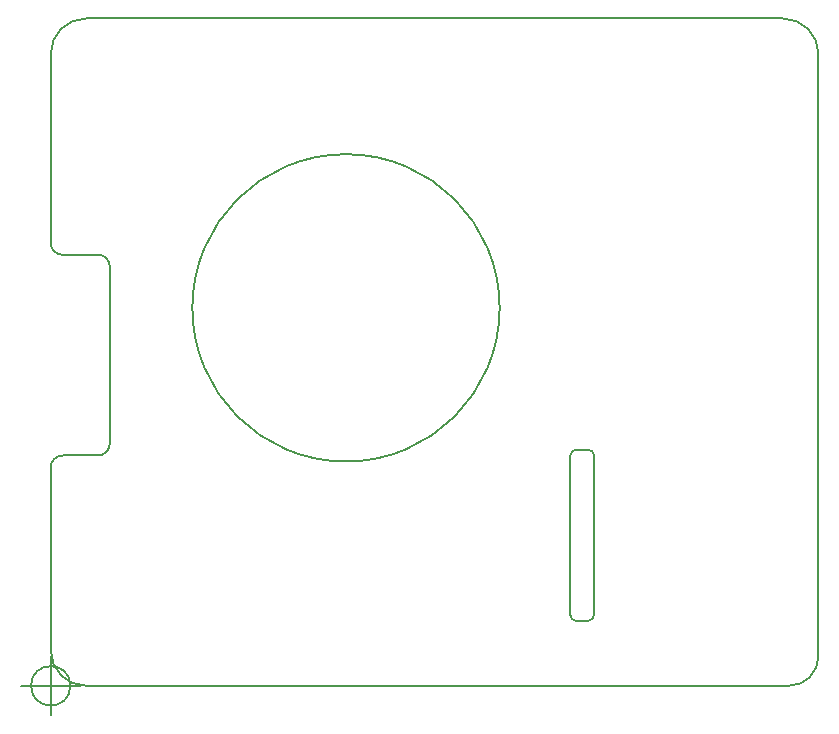
<source format=gbr>
G04 #@! TF.GenerationSoftware,KiCad,Pcbnew,(5.0.2)-1*
G04 #@! TF.CreationDate,2021-04-20T16:55:03+09:00*
G04 #@! TF.ProjectId,pi-ups,70692d75-7073-42e6-9b69-6361645f7063,rev?*
G04 #@! TF.SameCoordinates,Original*
G04 #@! TF.FileFunction,Profile,NP*
%FSLAX46Y46*%
G04 Gerber Fmt 4.6, Leading zero omitted, Abs format (unit mm)*
G04 Created by KiCad (PCBNEW (5.0.2)-1) date 2021/04/20 16:55:03*
%MOMM*%
%LPD*%
G01*
G04 APERTURE LIST*
%ADD10C,0.200000*%
%ADD11C,0.150000*%
G04 APERTURE END LIST*
D10*
X88666666Y-144500000D02*
G75*
G03X88666666Y-144500000I-1666666J0D01*
G01*
X84500000Y-144500000D02*
X89500000Y-144500000D01*
X87000000Y-142000000D02*
X87000000Y-147000000D01*
X132500000Y-124500000D02*
G75*
G02X133000000Y-125000000I0J-500000D01*
G01*
X131000000Y-125000000D02*
G75*
G02X131500000Y-124500000I500000J0D01*
G01*
X131500000Y-139000000D02*
G75*
G02X131000000Y-138500000I0J500000D01*
G01*
X133000000Y-138500000D02*
G75*
G02X132500000Y-139000000I-500000J0D01*
G01*
X125009612Y-112500000D02*
G75*
G03X125009612Y-112500000I-13009612J0D01*
G01*
X131500000Y-139000000D02*
X132500000Y-139000000D01*
X131000000Y-125000000D02*
X131000000Y-138500000D01*
X132500000Y-124500000D02*
X131500000Y-124500000D01*
X133000000Y-138500000D02*
X133000000Y-125000000D01*
X90000000Y-144500000D02*
G75*
G02X87000000Y-141500000I0J3000000D01*
G01*
X152000000Y-142000000D02*
G75*
G02X149500000Y-144500000I-2500000J0D01*
G01*
X87000000Y-126000000D02*
G75*
G02X88000000Y-125000000I1000000J0D01*
G01*
X92000000Y-124000000D02*
G75*
G02X91000000Y-125000000I-1000000J0D01*
G01*
X152000000Y-142000000D02*
X152000000Y-91000000D01*
X90000000Y-144500000D02*
X149500000Y-144500000D01*
X87000000Y-126000000D02*
X87000000Y-141500000D01*
X91000000Y-125000000D02*
X88000000Y-125000000D01*
X92000000Y-109000000D02*
X92000000Y-124000000D01*
D11*
X88000000Y-108000000D02*
X91000000Y-108000000D01*
X87000000Y-91000000D02*
X87000000Y-107000000D01*
D10*
X91000000Y-108000000D02*
G75*
G02X92000000Y-109000000I0J-1000000D01*
G01*
X88000000Y-108000000D02*
G75*
G02X87000000Y-107000000I0J1000000D01*
G01*
D11*
X149000000Y-88000000D02*
X90000000Y-88000000D01*
X149000000Y-88000000D02*
G75*
G02X152000000Y-91000000I0J-3000000D01*
G01*
X87000000Y-91000000D02*
G75*
G02X90000000Y-88000000I3000000J0D01*
G01*
M02*

</source>
